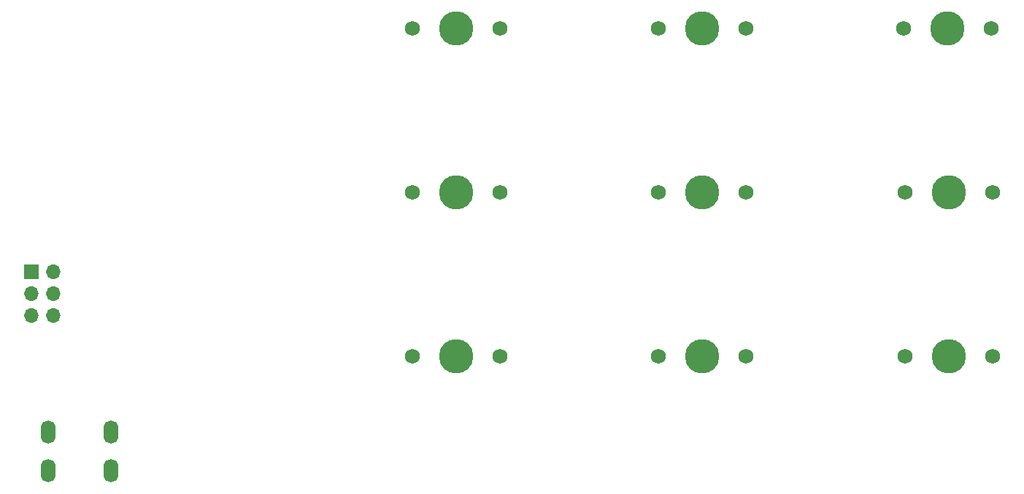
<source format=gts>
%TF.GenerationSoftware,KiCad,Pcbnew,(5.1.10-1-10_14)*%
%TF.CreationDate,2021-07-24T22:10:12-05:00*%
%TF.ProjectId,Untitled,556e7469-746c-4656-942e-6b696361645f,rev?*%
%TF.SameCoordinates,Original*%
%TF.FileFunction,Soldermask,Top*%
%TF.FilePolarity,Negative*%
%FSLAX46Y46*%
G04 Gerber Fmt 4.6, Leading zero omitted, Abs format (unit mm)*
G04 Created by KiCad (PCBNEW (5.1.10-1-10_14)) date 2021-07-24 22:10:12*
%MOMM*%
%LPD*%
G01*
G04 APERTURE LIST*
%ADD10O,1.700000X1.700000*%
%ADD11R,1.700000X1.700000*%
%ADD12O,1.700000X2.700000*%
%ADD13C,1.750000*%
%ADD14C,3.987800*%
G04 APERTURE END LIST*
D10*
%TO.C,J1*%
X46990000Y-101600000D03*
X44450000Y-101600000D03*
X46990000Y-99060000D03*
X44450000Y-99060000D03*
X46990000Y-96520000D03*
D11*
X44450000Y-96520000D03*
%TD*%
D12*
%TO.C,USB1*%
X53656250Y-115134000D03*
X46356250Y-115134000D03*
X46356250Y-119634000D03*
X53656250Y-119634000D03*
%TD*%
D13*
%TO.C,MX9*%
X155733750Y-68262500D03*
X145573750Y-68262500D03*
D14*
X150653750Y-68262500D03*
%TD*%
D13*
%TO.C,MX5*%
X98742500Y-106362500D03*
X88582500Y-106362500D03*
D14*
X93662500Y-106362500D03*
%TD*%
D13*
%TO.C,MX1*%
X98742500Y-68262500D03*
X88582500Y-68262500D03*
D14*
X93662500Y-68262500D03*
%TD*%
D13*
%TO.C,MX6*%
X127317500Y-106362500D03*
X117157500Y-106362500D03*
D14*
X122237500Y-106362500D03*
%TD*%
D13*
%TO.C,MX8*%
X155892500Y-106362500D03*
X145732500Y-106362500D03*
D14*
X150812500Y-106362500D03*
%TD*%
D13*
%TO.C,MX7*%
X155892500Y-87312500D03*
X145732500Y-87312500D03*
D14*
X150812500Y-87312500D03*
%TD*%
D13*
%TO.C,MX2*%
X127317500Y-68262500D03*
X117157500Y-68262500D03*
D14*
X122237500Y-68262500D03*
%TD*%
D13*
%TO.C,MX4*%
X127317500Y-87312500D03*
X117157500Y-87312500D03*
D14*
X122237500Y-87312500D03*
%TD*%
D13*
%TO.C,MX3*%
X98742500Y-87312500D03*
X88582500Y-87312500D03*
D14*
X93662500Y-87312500D03*
%TD*%
M02*

</source>
